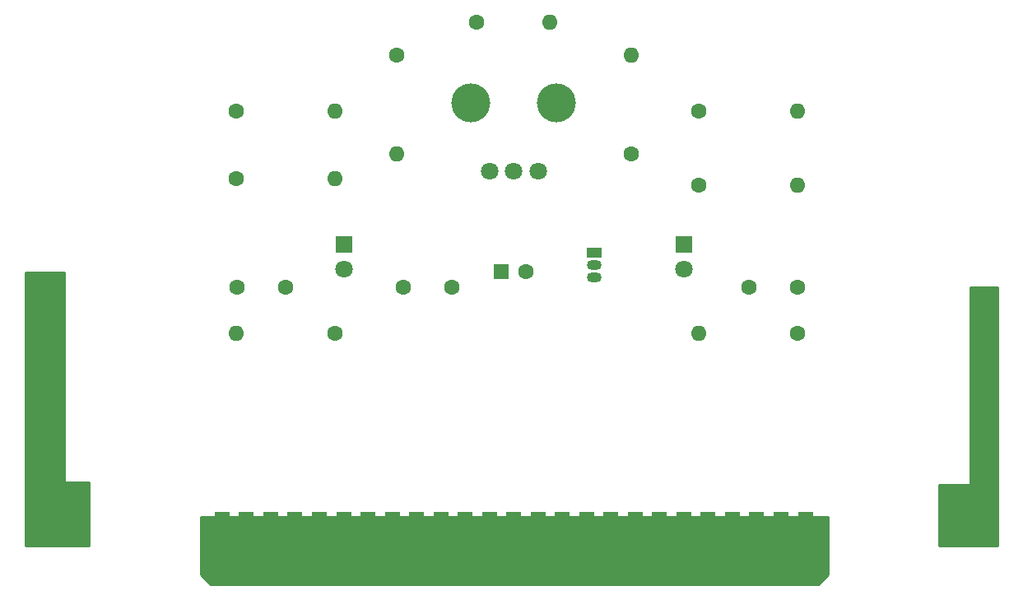
<source format=gbr>
G04 #@! TF.GenerationSoftware,KiCad,Pcbnew,(5.1.7)-1*
G04 #@! TF.CreationDate,2021-08-29T16:11:20-05:00*
G04 #@! TF.ProjectId,ConsolePedalWah,436f6e73-6f6c-4655-9065-64616c576168,rev?*
G04 #@! TF.SameCoordinates,Original*
G04 #@! TF.FileFunction,Soldermask,Top*
G04 #@! TF.FilePolarity,Negative*
%FSLAX46Y46*%
G04 Gerber Fmt 4.6, Leading zero omitted, Abs format (unit mm)*
G04 Created by KiCad (PCBNEW (5.1.7)-1) date 2021-08-29 16:11:20*
%MOMM*%
%LPD*%
G01*
G04 APERTURE LIST*
%ADD10R,1.800000X1.800000*%
%ADD11C,1.800000*%
%ADD12R,1.500000X7.000000*%
%ADD13C,5.000000*%
%ADD14C,1.600000*%
%ADD15O,1.600000X1.600000*%
%ADD16O,1.500000X1.050000*%
%ADD17R,1.500000X1.050000*%
%ADD18C,4.000000*%
%ADD19R,1.600000X1.600000*%
%ADD20C,0.254000*%
%ADD21C,0.100000*%
G04 APERTURE END LIST*
D10*
G04 #@! TO.C,D1*
X115250000Y-95000000D03*
D11*
X115250000Y-97540000D03*
G04 #@! TD*
G04 #@! TO.C,D2*
X150250000Y-97540000D03*
D10*
X150250000Y-95000000D03*
G04 #@! TD*
D12*
G04 #@! TO.C,J1*
X102715000Y-126000000D03*
X105215000Y-126000000D03*
X107715000Y-126000000D03*
X110215000Y-126000000D03*
X112715000Y-126000000D03*
X115215000Y-126000000D03*
X117715000Y-126000000D03*
X120215000Y-126000000D03*
X122715000Y-126000000D03*
X125215000Y-126000000D03*
X127715000Y-126000000D03*
X130215000Y-126000000D03*
X132715000Y-126000000D03*
X135215000Y-126000000D03*
X137715000Y-126000000D03*
X140215000Y-126000000D03*
X142715000Y-126000000D03*
X145215000Y-126000000D03*
X147715000Y-126000000D03*
X150215000Y-126000000D03*
X152715000Y-126000000D03*
X155215000Y-126000000D03*
X157715000Y-126000000D03*
X160215000Y-126000000D03*
X162715000Y-126000000D03*
G04 #@! TD*
D13*
G04 #@! TO.C,H1*
X85350000Y-122600000D03*
G04 #@! TD*
G04 #@! TO.C,H2*
X180150000Y-122600000D03*
G04 #@! TD*
D14*
G04 #@! TO.C,R8*
X120650000Y-75565000D03*
D15*
X120650000Y-85725000D03*
G04 #@! TD*
D14*
G04 #@! TO.C,C1*
X109220000Y-99460000D03*
X104220000Y-99460000D03*
G04 #@! TD*
G04 #@! TO.C,C2*
X128905000Y-72136000D03*
D15*
X136405000Y-72136000D03*
G04 #@! TD*
D14*
G04 #@! TO.C,C4*
X121365000Y-99460000D03*
X126365000Y-99460000D03*
G04 #@! TD*
G04 #@! TO.C,C5*
X161925000Y-99460000D03*
X156925000Y-99460000D03*
G04 #@! TD*
D16*
G04 #@! TO.C,Q1*
X140970000Y-97155000D03*
X140970000Y-98425000D03*
D17*
X140970000Y-95885000D03*
G04 #@! TD*
D14*
G04 #@! TO.C,R1*
X114300000Y-104140000D03*
D15*
X104140000Y-104140000D03*
G04 #@! TD*
G04 #@! TO.C,R2*
X114300000Y-81280000D03*
D14*
X104140000Y-81280000D03*
G04 #@! TD*
D15*
G04 #@! TO.C,R3*
X114300000Y-88265000D03*
D14*
X104140000Y-88265000D03*
G04 #@! TD*
G04 #@! TO.C,R4*
X144780000Y-85725000D03*
D15*
X144780000Y-75565000D03*
G04 #@! TD*
D14*
G04 #@! TO.C,R5*
X151765000Y-88900000D03*
D15*
X161925000Y-88900000D03*
G04 #@! TD*
D14*
G04 #@! TO.C,R6*
X161925000Y-104140000D03*
D15*
X151765000Y-104140000D03*
G04 #@! TD*
G04 #@! TO.C,R7*
X161925000Y-81280000D03*
D14*
X151765000Y-81280000D03*
G04 #@! TD*
D11*
G04 #@! TO.C,RV1*
X130215000Y-87500000D03*
X132715000Y-87500000D03*
X135215000Y-87500000D03*
D18*
X128315000Y-80500000D03*
X137115000Y-80500000D03*
G04 #@! TD*
D19*
G04 #@! TO.C,C3*
X131445000Y-97790000D03*
D14*
X133945000Y-97790000D03*
G04 #@! TD*
D20*
X165000000Y-129000000D02*
X164000000Y-130000000D01*
X101500000Y-130000000D01*
X100500000Y-129000000D01*
X100500000Y-123063000D01*
X165000000Y-123063000D01*
X165000000Y-129000000D01*
D21*
G36*
X165000000Y-129000000D02*
G01*
X164000000Y-130000000D01*
X101500000Y-130000000D01*
X100500000Y-129000000D01*
X100500000Y-123063000D01*
X165000000Y-123063000D01*
X165000000Y-129000000D01*
G37*
D20*
X86487000Y-119380000D02*
X86489440Y-119404776D01*
X86496667Y-119428601D01*
X86508403Y-119450557D01*
X86524197Y-119469803D01*
X86543443Y-119485597D01*
X86565399Y-119497333D01*
X86589224Y-119504560D01*
X86614000Y-119507000D01*
X89000000Y-119507000D01*
X89000000Y-126000000D01*
X82500000Y-126000000D01*
X82500000Y-97917000D01*
X86487000Y-97917000D01*
X86487000Y-119380000D01*
D21*
G36*
X86487000Y-119380000D02*
G01*
X86489440Y-119404776D01*
X86496667Y-119428601D01*
X86508403Y-119450557D01*
X86524197Y-119469803D01*
X86543443Y-119485597D01*
X86565399Y-119497333D01*
X86589224Y-119504560D01*
X86614000Y-119507000D01*
X89000000Y-119507000D01*
X89000000Y-126000000D01*
X82500000Y-126000000D01*
X82500000Y-97917000D01*
X86487000Y-97917000D01*
X86487000Y-119380000D01*
G37*
D20*
X182499000Y-126000000D02*
X176500000Y-126000000D01*
X176500000Y-119761000D01*
X179578000Y-119761000D01*
X179602776Y-119758560D01*
X179626601Y-119751333D01*
X179648557Y-119739597D01*
X179667803Y-119723803D01*
X179683597Y-119704557D01*
X179695333Y-119682601D01*
X179702560Y-119658776D01*
X179705000Y-119634000D01*
X179705000Y-99441000D01*
X182499000Y-99441000D01*
X182499000Y-126000000D01*
D21*
G36*
X182499000Y-126000000D02*
G01*
X176500000Y-126000000D01*
X176500000Y-119761000D01*
X179578000Y-119761000D01*
X179602776Y-119758560D01*
X179626601Y-119751333D01*
X179648557Y-119739597D01*
X179667803Y-119723803D01*
X179683597Y-119704557D01*
X179695333Y-119682601D01*
X179702560Y-119658776D01*
X179705000Y-119634000D01*
X179705000Y-99441000D01*
X182499000Y-99441000D01*
X182499000Y-126000000D01*
G37*
M02*

</source>
